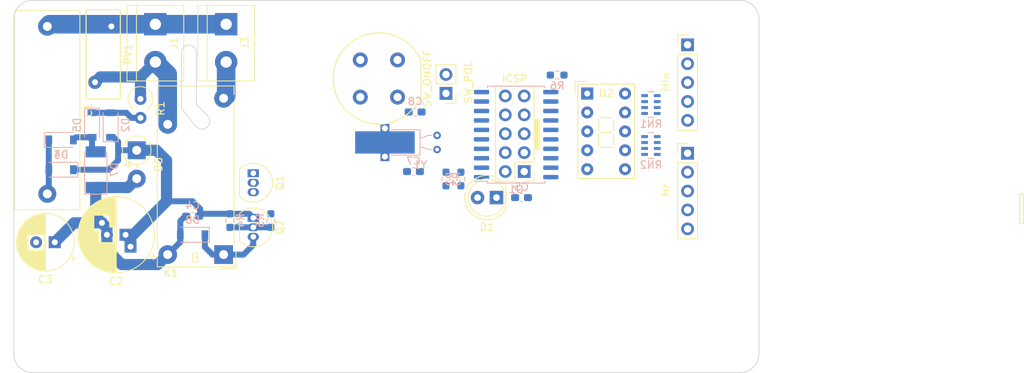
<source format=kicad_pcb>
(kicad_pcb (version 20211014) (generator pcbnew)
  (layers (0 "F.Cu" signal) (31 "B.Cu" signal) (34 "B.Paste" user) (35 "F.Paste" user) (36 "B.SilkS" user "B.Silkscreen") (37 "F.SilkS" user "F.Silkscreen") (38 "B.Mask" user) (39 "F.Mask" user) (44 "Edge.Cuts" user))
  (net 0 "")
  (net 1 "/L-")
  (net 2 "+24V")
  (net 3 "+5V")
  (net 4 "GND")
  (net 5 "/XT1")
  (net 6 "/XT2")
  (net 7 "/N")
  (net 8 "/L")
  (net 9 "/D5")
  (net 11 "/RST")
  (net 12 "/D7")
  (net 13 "/D6")
  (net 14 "/Lout")
  (net 15 "Net-(Q1-Pad2)")
  (net 16 "Net-(Q1-Pad3)")
  (net 17 "/LED")
  (net 18 "/OUT")
  (net 19 "/DISP_MUX")
  (net 20 "/D3")
  (net 21 "/D2")
  (net 22 "/D1")
  (net 23 "/D0")
  (net 24 "/D4")
  (net 25 "/ONOFF")
  (net 26 "/POL")
  (net 27 "/7Seg_CA")
  (net 28 "/D0_s")
  (net 29 "/D1_s")
  (net 30 "/D2_s")
  (net 31 "/D3_s")
  (net 32 "/D4_s")
  (net 33 "/D5_s")
  (net 34 "/D6_s")
  (net 35 "/D7_s")
  (net 36 "/N-")
  (net 37 "/LED_r")
  (net 38 "/REL")
  (net 39 "/REL_pre")
  (footprint "Capacitor_THT:C_Rect_L26.5mm_W8.5mm_P22.50mm_MKS4" (layer "F.Cu") (at 24.5 23.5 -90)
    (fp_text reference "C1" (at 11.25 -5.5 90) (layer "F.SilkS"))
    (fp_text value "220n")
    (pad "1" thru_hole circle (at 0 0 270) (size 2.4 2.4) (drill 1.2) (layers *.Cu *.Mask) (net 7 "/N"))
    (pad "2" thru_hole circle (at 22.5 0 270) (size 2.4 2.4) (drill 1.2) (layers *.Cu *.Mask) (net 36 "/N-"))
  )
  (footprint "Package_TO_SOT_THT:TO-92_Inline" (layer "F.Cu") (at 52.14 49.23 -90)
    (fp_text reference "Q2" (at 1.27 -3.56 90) (layer "F.SilkS"))
    (fp_text value "2N3906")
    (pad "1" thru_hole rect (at 0 0 270) (size 1.05 1.5) (drill 0.75) (layers *.Cu *.Mask) (net 2 "+24V"))
    (pad "2" thru_hole oval (at 1.27 0 270) (size 1.05 1.5) (drill 0.75) (layers *.Cu *.Mask) (net 39 "/REL_pre"))
    (pad "3" thru_hole oval (at 2.54 0 270) (size 1.05 1.5) (drill 0.75) (layers *.Cu *.Mask) (net 38 "/REL"))
  )
  (footprint "Button_Switch_THT:Push_E-Switch_KS01Q01" (layer "F.Cu") (at 66.5 33 90)
    (fp_text reference "SW1" hide)
    (fp_text value "SW_ONOFF" (at 2.5 9 270) (layer "F.SilkS"))
    (pad "1" thru_hole circle (at 0 0 90) (size 2 2) (drill 1.1) (layers *.Cu *.Mask) (net 25 "/ONOFF"))
    (pad "2" thru_hole circle (at 5 0 90) (size 2 2) (drill 1.1) (layers *.Cu *.Mask) (net 3 "+5V"))
    (pad "3" thru_hole circle (at 0 5 90) (size 2 2) (drill 1.1) (layers *.Cu *.Mask) (net 25 "/ONOFF"))
    (pad "4" thru_hole circle (at 5 5 90) (size 2 2) (drill 1.1) (layers *.Cu *.Mask) (net 3 "+5V"))
  )
  (footprint "TerminalBlock:TerminalBlock_bornier-2_P5.08mm" (layer "F.Cu") (at 39 23.21 -90)
    (fp_text reference "J1" (at 2.54 -2.5 90) (layer "F.SilkS"))
    (fp_text value "AC_IN")
    (pad "1" thru_hole rect (at 0 0 270) (size 3 3) (drill 1.52) (layers *.Cu *.Mask) (net 7 "/N"))
    (pad "2" thru_hole circle (at 5.08 0 270) (size 3 3) (drill 1.52) (layers *.Cu *.Mask) (net 8 "/L"))
  )
  (footprint "Connector_PinHeader_2.54mm:PinHeader_2x05_P2.54mm_Vertical" (layer "F.Cu") (at 88.5 43 180)
    (fp_text reference "J2" hide)
    (fp_text value "ICSP" (at 1.27 12.49 180) (layer "F.SilkS"))
    (pad "1" thru_hole rect (at 0 0 180) (size 1.7 1.7) (drill 1) (layers *.Cu *.Mask) (net 9 "/D5"))
    (pad "2" thru_hole oval (at 2.54 0 180) (size 1.7 1.7) (drill 1) (layers *.Cu *.Mask) (net 3 "+5V"))
    (pad "3" thru_hole oval (at 0 2.54 180) (size 1.7 1.7) (drill 1) (layers *.Cu *.Mask))
    (pad "4" thru_hole oval (at 2.54 2.54 180) (size 1.7 1.7) (drill 1) (layers *.Cu *.Mask) (net 4 "GND"))
    (pad "5" thru_hole oval (at 0 5.08 180) (size 1.7 1.7) (drill 1) (layers *.Cu *.Mask) (net 11 "/RST"))
    (pad "6" thru_hole oval (at 2.54 5.08 180) (size 1.7 1.7) (drill 1) (layers *.Cu *.Mask) (net 4 "GND"))
    (pad "7" thru_hole oval (at 0 7.62 180) (size 1.7 1.7) (drill 1) (layers *.Cu *.Mask) (net 12 "/D7"))
    (pad "8" thru_hole oval (at 2.54 7.62 180) (size 1.7 1.7) (drill 1) (layers *.Cu *.Mask) (net 4 "GND"))
    (pad "9" thru_hole oval (at 0 10.16 180) (size 1.7 1.7) (drill 1) (layers *.Cu *.Mask) (net 13 "/D6"))
    (pad "10" thru_hole oval (at 2.54 10.16 180) (size 1.7 1.7) (drill 1) (layers *.Cu *.Mask) (net 4 "GND"))
  )
  (footprint "LED_THT:LED_D5.0mm" (layer "F.Cu") (at 84.775 46.5 180)
    (fp_text reference "D1" (at 1.27 -3.96) (layer "F.SilkS"))
    (fp_text value "LED")
    (pad "1" thru_hole rect (at 0 0 180) (size 1.8 1.8) (drill 0.9) (layers *.Cu *.Mask) (net 4 "GND"))
    (pad "2" thru_hole circle (at 2.54 0 180) (size 1.8 1.8) (drill 0.9) (layers *.Cu *.Mask) (net 37 "/LED_r"))
  )
  (footprint "Capacitor_THT:CP_Radial_D10.0mm_P2.50mm_P5.00mm" (layer "F.Cu") (at 35 51.5 180)
    (fp_text reference "C2" (at 1.25 -6.25) (layer "F.SilkS"))
    (fp_text value "470u")
    (pad "1" thru_hole rect (at 0 0 180) (size 1.6 1.6) (drill 0.8) (layers *.Cu *.Mask) (net 2 "+24V"))
    (pad "1" thru_hole rect (at -0.670937 -1.6 180) (size 1.6 1.6) (drill 0.8) (layers *.Cu *.Mask) (net 2 "+24V"))
    (pad "2" thru_hole circle (at 2.5 0 180) (size 1.6 1.6) (drill 0.8) (layers *.Cu *.Mask) (net 3 "+5V"))
    (pad "2" thru_hole circle (at 3.170937 1.6 180) (size 1.6 1.6) (drill 0.8) (layers *.Cu *.Mask) (net 3 "+5V"))
  )
  (footprint "Connector_PinHeader_2.54mm:PinHeader_1x02_P2.54mm_Vertical" (layer "F.Cu") (at 78 32.5 180)
    (fp_text reference "SW2" hide)
    (fp_text value "SW_POL" (at -3 1.5 90) (layer "F.SilkS"))
    (pad "1" thru_hole rect (at 0 0 180) (size 1.7 1.7) (drill 1) (layers *.Cu *.Mask) (net 26 "/POL"))
    (pad "2" thru_hole oval (at 0 2.54 180) (size 1.7 1.7) (drill 1) (layers *.Cu *.Mask) (net 3 "+5V"))
  )
  (footprint "Relay_THT:Relay_1P1T_NO_10x24x18.8mm_Panasonic_ADW11xxxxW_THT" (layer "F.Cu") (at 48.1575 54.1575 180)
    (fp_text reference "K1" (at 7.08 -2.46) (layer "F.SilkS"))
    (fp_text value "ADW11")
    (pad "1" thru_hole rect (at 0 0 180) (size 2.5 2.5) (drill 1.2) (layers *.Cu *.Mask) (net 38 "/REL"))
    (pad "3" thru_hole oval (at 0 21 180) (size 2.5 2.5) (drill 1.2) (layers *.Cu *.Mask) (net 14 "/Lout"))
    (pad "5" thru_hole oval (at 7.5 17.5 180) (size 2.5 2.5) (drill 1.2) (layers *.Cu *.Mask) (net 8 "/L"))
    (pad "6" thru_hole oval (at 7.5 0 180) (size 2.5 2.5) (drill 1.2) (layers *.Cu *.Mask) (net 3 "+5V"))
  )
  (footprint "Display_7Segment:HDSP-A151" (layer "F.Cu") (at 96.9525 32.5225)
    (fp_text reference "U2" (at 2.54 -0.0225) (layer "F.SilkS"))
    (fp_text value "HDSP-7501")
    (pad "1" thru_hole rect (at 0 0) (size 1.6 1.6) (drill 0.8) (layers *.Cu *.Mask) (net 27 "/7Seg_CA"))
    (pad "2" thru_hole circle (at 0 2.54) (size 1.6 1.6) (drill 0.8) (layers *.Cu *.Mask) (net 22 "/D1"))
    (pad "3" thru_hole circle (at 0 5.08) (size 1.6 1.6) (drill 0.8) (layers *.Cu *.Mask) (net 20 "/D3"))
    (pad "4" thru_hole circle (at 0 7.62) (size 1.6 1.6) (drill 0.8) (layers *.Cu *.Mask) (net 9 "/D5"))
    (pad "5" thru_hole circle (at 0 10.16) (size 1.6 1.6) (drill 0.8) (layers *.Cu *.Mask) (net 12 "/D7"))
    (pad "6" thru_hole circle (at 5.08 10.16) (size 1.6 1.6) (drill 0.8) (layers *.Cu *.Mask) (net 27 "/7Seg_CA"))
    (pad "7" thru_hole circle (at 5.08 7.62) (size 1.6 1.6) (drill 0.8) (layers *.Cu *.Mask) (net 13 "/D6"))
    (pad "8" thru_hole circle (at 5.08 5.08) (size 1.6 1.6) (drill 0.8) (layers *.Cu *.Mask) (net 24 "/D4"))
    (pad "9" thru_hole circle (at 5.08 2.54) (size 1.6 1.6) (drill 0.8) (layers *.Cu *.Mask) (net 21 "/D2"))
    (pad "10" thru_hole circle (at 5.08 0) (size 1.6 1.6) (drill 0.8) (layers *.Cu *.Mask) (net 23 "/D0"))
  )
  (footprint "Connector_PinHeader_2.54mm:PinHeader_1x05_P2.54mm_Vertical" (layer "F.Cu") (at 110.42 25.965)
    (fp_text reference "SW3" hide)
    (fp_text value "Min" (at -2.92 5.035 90) (layer "F.SilkS"))
    (pad "1" thru_hole rect (at 0 0) (size 1.7 1.7) (drill 1) (layers *.Cu *.Mask) (net 3 "+5V"))
    (pad "2" thru_hole oval (at 0 2.54) (size 1.7 1.7) (drill 1) (layers *.Cu *.Mask) (net 28 "/D0_s"))
    (pad "3" thru_hole oval (at 0 5.08) (size 1.7 1.7) (drill 1) (layers *.Cu *.Mask) (net 29 "/D1_s"))
    (pad "4" thru_hole oval (at 0 7.62) (size 1.7 1.7) (drill 1) (layers *.Cu *.Mask) (net 30 "/D2_s"))
    (pad "5" thru_hole oval (at 0 10.16) (size 1.7 1.7) (drill 1) (layers *.Cu *.Mask) (net 31 "/D3_s"))
  )
  (footprint "Diode_THT:D_DO-15_P3.81mm_Vertical_AnodeUp" (layer "F.Cu") (at 36.5 40.145 -90)
    (fp_text reference "D6" (at 1.905 -2.92 90) (layer "F.SilkS"))
    (fp_text value "D_Zener")
    (fp_text user "A" (at 1.91 1.2 90) (layer "F.SilkS"))
    (pad "1" thru_hole rect (at 0 0 270) (size 2.4 2.4) (drill 1.2) (layers *.Cu *.Mask) (net 2 "+24V"))
    (pad "2" thru_hole oval (at 3.81 0 270) (size 2.4 2.4) (drill 1.2) (layers *.Cu *.Mask) (net 3 "+5V"))
  )
  (footprint "Capacitor_THT:CP_Radial_D7.5mm_P2.50mm" (layer "F.Cu") (at 25.5 52.5 180)
    (fp_text reference "C3" (at 1.25 -5) (layer "F.SilkS"))
    (fp_text value "100u")
    (pad "1" thru_hole rect (at 0 0 180) (size 1.6 1.6) (drill 0.8) (layers *.Cu *.Mask) (net 3 "+5V"))
    (pad "2" thru_hole circle (at 2.5 0 180) (size 1.6 1.6) (drill 0.8) (layers *.Cu *.Mask) (net 4 "GND"))
  )
  (footprint "Connector_PinHeader_2.54mm:PinHeader_1x05_P2.54mm_Vertical" (layer "F.Cu") (at 110.42 40.54)
    (fp_text reference "SW4" hide)
    (fp_text value "Hr" (at -2.92 4.96 90) (layer "F.SilkS"))
    (pad "1" thru_hole rect (at 0 0) (size 1.7 1.7) (drill 1) (layers *.Cu *.Mask) (net 3 "+5V"))
    (pad "2" thru_hole oval (at 0 2.54) (size 1.7 1.7) (drill 1) (layers *.Cu *.Mask) (net 32 "/D4_s"))
    (pad "3" thru_hole oval (at 0 5.08) (size 1.7 1.7) (drill 1) (layers *.Cu *.Mask) (net 33 "/D5_s"))
    (pad "4" thru_hole oval (at 0 7.62) (size 1.7 1.7) (drill 1) (layers *.Cu *.Mask) (net 34 "/D6_s"))
    (pad "5" thru_hole oval (at 0 10.16) (size 1.7 1.7) (drill 1) (layers *.Cu *.Mask) (net 35 "/D7_s"))
  )
  (footprint "Resistor_THT:R_Axial_DIN0309_L9.0mm_D3.2mm_P2.54mm_Vertical" (layer "F.Cu") (at 37 33.25 -90)
    (fp_text reference "R1" (at 1.27 -2.72 90) (layer "F.SilkS"))
    (fp_text value "100")
    (pad "1" thru_hole circle (at 0 0 270) (size 1.6 1.6) (drill 0.8) (layers *.Cu *.Mask) (net 8 "/L"))
    (pad "2" thru_hole oval (at 2.54 0 270) (size 1.6 1.6) (drill 0.8) (layers *.Cu *.Mask) (net 1 "/L-"))
  )
  (footprint "Varistor:RV_Disc_D12mm_W4.6mm_P7.5mm" (layer "F.Cu") (at 30.9 31 90)
    (fp_text reference "RV1" (at 3.75 4.4 90) (layer "F.SilkS"))
    (fp_text value "Varistor")
    (pad "1" thru_hole circle (at 0 0 90) (size 1.8 1.8) (drill 0.8) (layers *.Cu *.Mask) (net 8 "/L"))
    (pad "2" thru_hole circle (at 7.5 2.2 90) (size 1.8 1.8) (drill 0.8) (layers *.Cu *.Mask) (net 7 "/N"))
  )
  (footprint "Package_TO_SOT_THT:TO-92_Inline" (layer "F.Cu") (at 52.14 43.23 -90)
    (fp_text reference "Q1" (at 1.27 -3.56 90) (layer "F.SilkS"))
    (fp_text value "2N3904")
    (pad "1" thru_hole rect (at 0 0 270) (size 1.05 1.5) (drill 0.75) (layers *.Cu *.Mask) (net 4 "GND"))
    (pad "2" thru_hole oval (at 1.27 0 270) (size 1.05 1.5) (drill 0.75) (layers *.Cu *.Mask) (net 15 "Net-(Q1-Pad2)"))
    (pad "3" thru_hole oval (at 2.54 0 270) (size 1.05 1.5) (drill 0.75) (layers *.Cu *.Mask) (net 16 "Net-(Q1-Pad3)"))
  )
  (footprint "TerminalBlock:TerminalBlock_bornier-2_P5.08mm" (layer "F.Cu") (at 48.5 23.21 -90)
    (fp_text reference "J3" (at 2.54 -2.5 90) (layer "F.SilkS"))
    (fp_text value "AC_OUT")
    (pad "1" thru_hole rect (at 0 0 270) (size 3 3) (drill 1.52) (layers *.Cu *.Mask) (net 7 "/N"))
    (pad "2" thru_hole circle (at 5.08 0 270) (size 3 3) (drill 1.52) (layers *.Cu *.Mask) (net 14 "/Lout"))
  )
  (footprint "Resistor_SMD:R_0603_1608Metric_Pad0.98x0.95mm_HandSolder" (layer "B.Cu") (at 92.92 30.04)
    (fp_text reference "R6" (at 0 1.43) (layer "B.SilkS") (effects (justify mirror)))
    (fp_text value "470")
    (pad "1" smd roundrect (at -0.9125 0) (size 0.975 0.95) (layers "B.Cu" "B.Paste" "B.Mask") (net 19 "/DISP_MUX"))
    (pad "2" smd roundrect (at 0.9125 0) (size 0.975 0.95) (layers "B.Cu" "B.Paste" "B.Mask") (net 27 "/7Seg_CA"))
  )
  (footprint "Diode_SMD:D_SOD-123" (layer "B.Cu") (at 30.5 36.75 -90)
    (fp_text reference "D5" (at 0 2 90) (layer "B.SilkS") (effects (justify mirror)))
    (fp_text value "1N4148W")
    (pad "1" smd rect (at -1.65 0 270) (size 0.9 1.2) (layers "B.Cu" "B.Paste" "B.Mask") (net 1 "/L-"))
    (pad "2" smd rect (at 1.65 0 270) (size 0.9 1.2) (layers "B.Cu" "B.Paste" "B.Mask") (net 4 "GND"))
  )
  (footprint "Resistor_SMD:R_0603_1608Metric_Pad0.98x0.95mm_HandSolder" (layer "B.Cu") (at 54.5 49.5875 -90)
    (fp_text reference "R5" (at 0 1.43 90) (layer "B.SilkS") (effects (justify mirror)))
    (fp_text value "10k")
    (pad "1" smd roundrect (at -0.9125 0 270) (size 0.975 0.95) (layers "B.Cu" "B.Paste" "B.Mask") (net 16 "Net-(Q1-Pad3)"))
    (pad "2" smd roundrect (at 0.9125 0 270) (size 0.975 0.95) (layers "B.Cu" "B.Paste" "B.Mask") (net 39 "/REL_pre"))
  )
  (footprint "Resistor_SMD:R_0603_1608Metric_Pad0.98x0.95mm_HandSolder" (layer "B.Cu") (at 49 49.5875 90)
    (fp_text reference "R4" (at 0 1.43 90) (layer "B.SilkS") (effects (justify mirror)))
    (fp_text value "10k")
    (pad "1" smd roundrect (at -0.9125 0 90) (size 0.975 0.95) (layers "B.Cu" "B.Paste" "B.Mask") (net 39 "/REL_pre"))
    (pad "2" smd roundrect (at 0.9125 0 90) (size 0.975 0.95) (layers "B.Cu" "B.Paste" "B.Mask") (net 2 "+24V"))
  )
  (footprint "Package_SO:SOIC-20W_7.5x12.8mm_P1.27mm" (layer "B.Cu") (at 87.42 38.04)
    (fp_text reference "U1" (at 0 7.35) (layer "B.SilkS") (effects (justify mirror)))
    (fp_text value "ATtiny2313-20S")
    (pad "1" smd roundrect (at -4.65 5.715) (size 2.05 0.6) (layers "B.Cu" "B.Paste" "B.Mask") (net 11 "/RST"))
    (pad "2" smd roundrect (at -4.65 4.445) (size 2.05 0.6) (layers "B.Cu" "B.Paste" "B.Mask") (net 17 "/LED"))
    (pad "3" smd roundrect (at -4.65 3.175) (size 2.05 0.6) (layers "B.Cu" "B.Paste" "B.Mask") (net 18 "/OUT"))
    (pad "4" smd roundrect (at -4.65 1.905) (size 2.05 0.6) (layers "B.Cu" "B.Paste" "B.Mask") (net 6 "/XT2"))
    (pad "5" smd roundrect (at -4.65 0.635) (size 2.05 0.6) (layers "B.Cu" "B.Paste" "B.Mask") (net 5 "/XT1"))
    (pad "6" smd roundrect (at -4.65 -0.635) (size 2.05 0.6) (layers "B.Cu" "B.Paste" "B.Mask") (net 25 "/ONOFF"))
    (pad "7" smd roundrect (at -4.65 -1.905) (size 2.05 0.6) (layers "B.Cu" "B.Paste" "B.Mask") (net 26 "/POL"))
    (pad "8" smd roundrect (at -4.65 -3.175) (size 2.05 0.6) (layers "B.Cu" "B.Paste" "B.Mask") (net 19 "/DISP_MUX"))
    (pad "9" smd roundrect (at -4.65 -4.445) (size 2.05 0.6) (layers "B.Cu" "B.Paste" "B.Mask") (net 19 "/DISP_MUX"))
    (pad "10" smd roundrect (at -4.65 -5.715) (size 2.05 0.6) (layers "B.Cu" "B.Paste" "B.Mask") (net 4 "GND"))
    (pad "11" smd roundrect (at 4.65 -5.715) (size 2.05 0.6) (layers "B.Cu" "B.Paste" "B.Mask") (net 19 "/DISP_MUX"))
    (pad "12" smd roundrect (at 4.65 -4.445) (size 2.05 0.6) (layers "B.Cu" "B.Paste" "B.Mask") (net 23 "/D0"))
    (pad "13" smd roundrect (at 4.65 -3.175) (size 2.05 0.6) (layers "B.Cu" "B.Paste" "B.Mask") (net 22 "/D1"))
    (pad "14" smd roundrect (at 4.65 -1.905) (size 2.05 0.6) (layers "B.Cu" "B.Paste" "B.Mask") (net 21 "/D2"))
    (pad "15" smd roundrect (at 4.65 -0.635) (size 2.05 0.6) (layers "B.Cu" "B.Paste" "B.Mask") (net 20 "/D3"))
    (pad "16" smd roundrect (at 4.65 0.635) (size 2.05 0.6) (layers "B.Cu" "B.Paste" "B.Mask") (net 24 "/D4"))
    (pad "17" smd roundrect (at 4.65 1.905) (size 2.05 0.6) (layers "B.Cu" "B.Paste" "B.Mask") (net 9 "/D5"))
    (pad "18" smd roundrect (at 4.65 3.175) (size 2.05 0.6) (layers "B.Cu" "B.Paste" "B.Mask") (net 13 "/D6"))
    (pad "19" smd roundrect (at 4.65 4.445) (size 2.05 0.6) (layers "B.Cu" "B.Paste" "B.Mask") (net 12 "/D7"))
    (pad "20" smd roundrect (at 4.65 5.715) (size 2.05 0.6) (layers "B.Cu" "B.Paste" "B.Mask") (net 3 "+5V"))
  )
  (footprint "Resistor_SMD:R_Array_Concave_4x0603" (layer "B.Cu") (at 105.5 34)
    (fp_text reference "RN1" (at 0 2.6) (layer "B.SilkS") (effects (justify mirror)))
    (fp_text value "10k")
    (pad "1" smd rect (at -0.85 1.2) (size 0.9 0.4) (layers "B.Cu" "B.Paste" "B.Mask") (net 20 "/D3"))
    (pad "2" smd rect (at -0.85 0.4) (size 0.9 0.4) (layers "B.Cu" "B.Paste" "B.Mask") (net 21 "/D2"))
    (pad "3" smd rect (at -0.85 -0.4) (size 0.9 0.4) (layers "B.Cu" "B.Paste" "B.Mask") (net 22 "/D1"))
    (pad "4" smd rect (at -0.85 -1.2) (size 0.9 0.4) (layers "B.Cu" "B.Paste" "B.Mask") (net 23 "/D0"))
    (pad "5" smd rect (at 0.85 -1.2) (size 0.9 0.4) (layers "B.Cu" "B.Paste" "B.Mask") (net 28 "/D0_s"))
    (pad "6" smd rect (at 0.85 -0.4) (size 0.9 0.4) (layers "B.Cu" "B.Paste" "B.Mask") (net 29 "/D1_s"))
    (pad "7" smd rect (at 0.85 0.4) (size 0.9 0.4) (layers "B.Cu" "B.Paste" "B.Mask") (net 30 "/D2_s"))
    (pad "8" smd rect (at 0.85 1.2) (size 0.9 0.4) (layers "B.Cu" "B.Paste" "B.Mask") (net 31 "/D3_s"))
  )
  (footprint "Resistor_SMD:R_Array_Concave_4x0603" (layer "B.Cu") (at 105.5 39.5)
    (fp_text reference "RN2" (at 0 2.6) (layer "B.SilkS") (effects (justify mirror)))
    (fp_text value "10k")
    (pad "1" smd rect (at -0.85 1.2) (size 0.9 0.4) (layers "B.Cu" "B.Paste" "B.Mask") (net 12 "/D7"))
    (pad "2" smd rect (at -0.85 0.4) (size 0.9 0.4) (layers "B.Cu" "B.Paste" "B.Mask") (net 13 "/D6"))
    (pad "3" smd rect (at -0.85 -0.4) (size 0.9 0.4) (layers "B.Cu" "B.Paste" "B.Mask") (net 9 "/D5"))
    (pad "4" smd rect (at -0.85 -1.2) (size 0.9 0.4) (layers "B.Cu" "B.Paste" "B.Mask") (net 24 "/D4"))
    (pad "5" smd rect (at 0.85 -1.2) (size 0.9 0.4) (layers "B.Cu" "B.Paste" "B.Mask") (net 32 "/D4_s"))
    (pad "6" smd rect (at 0.85 -0.4) (size 0.9 0.4) (layers "B.Cu" "B.Paste" "B.Mask") (net 33 "/D5_s"))
    (pad "7" smd rect (at 0.85 0.4) (size 0.9 0.4) (layers "B.Cu" "B.Paste" "B.Mask") (net 34 "/D6_s"))
    (pad "8" smd rect (at 0.85 1.2) (size 0.9 0.4) (layers "B.Cu" "B.Paste" "B.Mask") (net 35 "/D7_s"))
  )
  (footprint "Capacitor_SMD:C_0603_1608Metric_Pad1.08x0.95mm_HandSolder" (layer "B.Cu") (at 73.6375 43 180)
    (fp_text reference "C7" (at 0 1.43) (layer "B.SilkS") (effects (justify mirror)))
    (fp_text value "22p")
    (pad "1" smd roundrect (at -0.8625 0 180) (size 1.075 0.95) (layers "B.Cu" "B.Paste" "B.Mask") (net 6 "/XT2"))
    (pad "2" smd roundrect (at 0.8625 0 180) (size 1.075 0.95) (layers "B.Cu" "B.Paste" "B.Mask") (net 4 "GND"))
  )
  (footprint "Capacitor_SMD:C_0603_1608Metric_Pad1.08x0.95mm_HandSolder" (layer "B.Cu") (at 88.1375 46.5 180)
    (fp_text reference "C5" (at 0 1.43) (layer "B.SilkS") (effects (justify mirror)))
    (fp_text value "100n")
    (pad "1" smd roundrect (at -0.8625 0 180) (size 1.075 0.95) (layers "B.Cu" "B.Paste" "B.Mask") (net 3 "+5V"))
    (pad "2" smd roundrect (at 0.8625 0 180) (size 1.075 0.95) (layers "B.Cu" "B.Paste" "B.Mask") (net 4 "GND"))
  )
  (footprint "Resistor_SMD:R_0603_1608Metric_Pad0.98x0.95mm_HandSolder" (layer "B.Cu") (at 80 44 -90)
    (fp_text reference "R2" (at 0 1.43 90) (layer "B.SilkS") (effects (justify mirror)))
    (fp_text value "1k")
    (pad "1" smd roundrect (at -0.9125 0 270) (size 0.975 0.95) (layers "B.Cu" "B.Paste" "B.Mask") (net 17 "/LED"))
    (pad "2" smd roundrect (at 0.9125 0 270) (size 0.975 0.95) (layers "B.Cu" "B.Paste" "B.Mask") (net 37 "/LED_r"))
  )
  (footprint "Diode_SMD:D_SOD-123" (layer "B.Cu") (at 44 51.5 180)
    (fp_text reference "D8" (at 0 2) (layer "B.SilkS") (effects (justify mirror)))
    (fp_text value "1N4148W")
    (pad "1" smd rect (at -1.65 0 180) (size 0.9 1.2) (layers "B.Cu" "B.Paste" "B.Mask") (net 38 "/REL"))
    (pad "2" smd rect (at 1.65 0 180) (size 0.9 1.2) (layers "B.Cu" "B.Paste" "B.Mask") (net 3 "+5V"))
  )
  (footprint "Diode_SMD:D_MELF" (layer "B.Cu") (at 31 42.75 90)
    (fp_text reference "D7" (at 0 2.5 90) (layer "B.SilkS") (effects (justify mirror)))
    (fp_text value "D_Zener")
    (pad "1" smd rect (at -2.4 0 90) (size 1.5 2.7) (layers "B.Cu" "B.Paste" "B.Mask") (net 3 "+5V"))
    (pad "2" smd rect (at 2.4 0 90) (size 1.5 2.7) (layers "B.Cu" "B.Paste" "B.Mask") (net 4 "GND"))
  )
  (footprint "Capacitor_SMD:C_0603_1608Metric_Pad1.08x0.95mm_HandSolder" (layer "B.Cu") (at 44 49 180)
    (fp_text reference "C4" (at 0 1.43) (layer "B.SilkS") (effects (justify mirror)))
    (fp_text value "100n")
    (pad "1" smd roundrect (at -0.8625 0 180) (size 1.075 0.95) (layers "B.Cu" "B.Paste" "B.Mask") (net 2 "+24V"))
    (pad "2" smd roundrect (at 0.8625 0 180) (size 1.075 0.95) (layers "B.Cu" "B.Paste" "B.Mask") (net 3 "+5V"))
  )
  (footprint "Diode_SMD:D_SOD-123" (layer "B.Cu") (at 26.35 42.75 180)
    (fp_text reference "D3" (at 0 2) (layer "B.SilkS") (effects (justify mirror)))
    (fp_text value "1N4148W")
    (pad "1" smd rect (at -1.65 0 180) (size 0.9 1.2) (layers "B.Cu" "B.Paste" "B.Mask") (net 2 "+24V"))
    (pad "2" smd rect (at 1.65 0 180) (size 0.9 1.2) (layers "B.Cu" "B.Paste" "B.Mask") (net 36 "/N-"))
  )
  (footprint "Crystal:Crystal_C38-LF_D3.0mm_L8.0mm_Horizontal_1EP_style2" (layer "B.Cu") (at 76.8075 40.04 90)
    (fp_text reference "Y1" (at -2.07 -2.25) (layer "B.SilkS") (effects (justify mirror)))
    (fp_text value "32.768")
    (pad "1" thru_hole circle (at 0 0 90) (size 1 1) (drill 0.5) (layers *.Cu *.Mask) (net 6 "/XT2"))
    (pad "2" thru_hole circle (at 1.9 0 90) (size 1 1) (drill 0.5) (layers *.Cu *.Mask) (net 5 "/XT1"))
    (pad "3" thru_hole rect (at 2.85 -7 90) (size 1.2 1.2) (drill 0.8) (layers *.Cu *.Mask) (net 4 "GND"))
    (pad "3" thru_hole rect (at -0.95 -7 90) (size 1.2 1.2) (drill 0.8) (layers *.Cu *.Mask) (net 4 "GND"))
    (pad "3" smd rect (at 0.95 -7 90) (size 3 8) (layers "B.Cu" "B.Paste" "B.Mask") (net 4 "GND"))
  )
  (footprint "Diode_SMD:D_SOD-123" (layer "B.Cu") (at 33 36.75 90)
    (fp_text reference "D2" (at 0 2 90) (layer "B.SilkS") (effects (justify mirror)))
    (fp_text value "1N4148W")
    (pad "1" smd rect (at -1.65 0 90) (size 0.9 1.2) (layers "B.Cu" "B.Paste" "B.Mask") (net 2 "+24V"))
    (pad "2" smd rect (at 1.65 0 90) (size 0.9 1.2) (layers "B.Cu" "B.Paste" "B.Mask") (net 1 "/L-"))
  )
  (footprint "Resistor_SMD:R_0603_1608Metric_Pad0.98x0.95mm_HandSolder" (layer "B.Cu") (at 78 44 90)
    (fp_text reference "R3" (at 0 1.43 90) (layer "B.SilkS") (effects (justify mirror)))
    (fp_text value "10k")
    (pad "1" smd roundrect (at -0.9125 0 90) (size 0.975 0.95) (layers "B.Cu" "B.Paste" "B.Mask") (net 15 "Net-(Q1-Pad2)"))
    (pad "2" smd roundrect (at 0.9125 0 90) (size 0.975 0.95) (layers "B.Cu" "B.Paste" "B.Mask") (net 18 "/OUT"))
  )
  (footprint "Diode_SMD:D_SOD-123" (layer "B.Cu") (at 26.35 38.75)
    (fp_text reference "D4" (at 0 2) (layer "B.SilkS") (effects (justify mirror)))
    (fp_text value "1N4148W")
    (pad "1" smd rect (at -1.65 0) (size 0.9 1.2) (layers "B.Cu" "B.Paste" "B.Mask") (net 36 "/N-"))
    (pad "2" smd rect (at 1.65 0) (size 0.9 1.2) (layers "B.Cu" "B.Paste" "B.Mask") (net 4 "GND"))
  )
  (footprint "Capacitor_SMD:C_0603_1608Metric_Pad1.08x0.95mm_HandSolder" (layer "B.Cu") (at 73.8625 35 180)
    (fp_text reference "C8" (at 0 1.43) (layer "B.SilkS") (effects (justify mirror)))
    (fp_text value "22p")
    (pad "1" smd roundrect (at -0.8625 0 180) (size 1.075 0.95) (layers "B.Cu" "B.Paste" "B.Mask") (net 5 "/XT1"))
    (pad "2" smd roundrect (at 0.8625 0 180) (size 1.075 0.95) (layers "B.Cu" "B.Paste" "B.Mask") (net 4 "GND"))
  )
  (gr_line (start 100.5 37.5) (end 100.5 36) (layer "F.SilkS") (width 0.15))
  (gr_line (start 98.75 39.75) (end 100.25 39.75) (layer "F.SilkS") (width 0.15))
  (gr_line (start 155.5 46) (end 155 46) (layer "F.SilkS") (width 0.15))
  (gr_rect (start 90 36) (end 90.5 40) (layer "F.SilkS") (width 0.15) (fill solid))
  (gr_line (start 155 50) (end 155.5 50) (layer "F.SilkS") (width 0.15))
  (gr_line (start 98.75 37.75) (end 100.25 37.75) (layer "F.SilkS") (width 0.15))
  (gr_line (start 100.5 39.5) (end 100.5 38) (layer "F.SilkS") (width 0.15))
  (gr_line (start 100.25 35.75) (end 98.75 35.75) (layer "F.SilkS") (width 0.15))
  (gr_line (start 98.5 38) (end 98.5 39.5) (layer "F.SilkS") (width 0.15))
  (gr_line (start 155 46) (end 155 50) (layer "F.SilkS") (width 0.15))
  (gr_line (start 98.5 36) (end 98.5 37.5) (layer "F.SilkS") (width 0.15))
  (gr_line (start 155.5 50) (end 155.5 46) (layer "F.SilkS") (width 0.15))
  (gr_line (start 44.5 34) (end 46 35.5) (layer "Edge.Cuts") (width 0.1))
  (gr_arc (start 20 22.5) (mid 20.732233 20.732233) (end 22.5 20) (layer "Edge.Cuts") (width 0.1))
  (gr_line (start 22.5 20) (end 117.5 20) (layer "Edge.Cuts") (width 0.1))
  (gr_line (start 42.5 27) (end 42.5 34.5) (layer "Edge.Cuts") (width 0.1))
  (gr_arc (start 22.5 70) (mid 20.732233 69.267767) (end 20 67.5) (layer "Edge.Cuts") (width 0.1))
  (gr_line (start 42.5 34.5) (end 44.5 37) (layer "Edge.Cuts") (width 0.1))
  (gr_line (start 120 22.5) (end 120 67.5) (layer "Edge.Cuts") (width 0.1))
  (gr_arc (start 46 35.5) (mid 45.999988 36.999988) (end 44.5 37) (layer "Edge.Cuts") (width 0.1))
  (gr_line (start 117.5 70) (end 22.5 70) (layer "Edge.Cuts") (width 0.1))
  (gr_arc (start 120 67.5) (mid 119.267767 69.267767) (end 117.5 70) (layer "Edge.Cuts") (width 0.1))
  (gr_arc (start 117.5 20) (mid 119.267767 20.732233) (end 120 22.5) (layer "Edge.Cuts") (width 0.1))
  (gr_line (start 44.5 27) (end 44.5 34) (layer "Edge.Cuts") (width 0.1))
  (gr_arc (start 42.5 27) (mid 43.5 26) (end 44.5 27) (layer "Edge.Cuts") (width 0.1))
  (gr_line (start 20 67.5) (end 20 22.5) (layer "Edge.Cuts") (width 0.1))
  (segment (start 35.79 35.79) (end 37 35.79) (width 0.8) (layer "B.Cu") (net 1))
  (segment (start 30.5 35.1) (end 33 35.1) (width 0.8) (layer "B.Cu") (net 1))
  (segment (start 35.1 35.1) (end 35.79 35.79) (width 0.8) (layer "B.Cu") (net 1))
  (segment (start 33 35.1) (end 35.1 35.1) (width 0.8) (layer "B.Cu") (net 1))
  (segment (start 34 41.5) (end 34 40) (width 0.8) (layer "B.Cu") (net 2))
  (segment (start 28 42.75) (end 32.75 42.75) (width 0.8) (layer "B.Cu") (net 2))
  (segment (start 44 47) (end 40.5 47) (width 0.8) (layer "B.Cu") (net 2))
  (segment (start 35 51.5) (end 36 51.5) (width 1.5) (layer "B.Cu") (net 2))
  (segment (start 44.8625 49) (end 45 48.8625) (width 0.8) (layer "B.Cu") (net 2))
  (segment (start 36 51.5) (end 40.5 47) (width 1.5) (layer "B.Cu") (net 2))
  (segment (start 35.670937 53.1) (end 35.670937 52.170937) (width 1.5) (layer "B.Cu") (net 2))
  (segment (start 39.145 40.145) (end 36.5 40.145) (width 1.5) (layer "B.Cu") (net 2))
  (segment (start 34 39) (end 33.4 38.4) (width 0.8) (layer "B.Cu") (net 2))
  (segment (start 32.75 42.75) (end 34 41.5) (width 0.8) (layer "B.Cu") (net 2))
  (segment (start 45.1875 48.675) (end 44.8625 49) (width 0.8) (layer "B.Cu") (net 2))
  (segment (start 34 40) (end 34 39) (width 0.8) (layer "B.Cu") (net 2))
  (segment (start 35.670937 52.170937) (end 35 51.5) (width 1.5) (layer "B.Cu") (net 2))
  (segment (start 51.585 48.675) (end 52.14 49.23) (width 0.8) (layer "B.Cu") (net 2))
  (segment (start 45 48) (end 44 47) (width 0.8) (layer "B.Cu") (net 2))
  (segment (start 36.5 40.145) (end 34.145 40.145) (width 0.8) (layer "B.Cu") (net 2))
  (segment (start 33.4 38.4) (end 33 38.4) (width 0.8) (layer "B.Cu") (net 2))
  (segment (start 40.5 41.5) (end 39.145 40.145) (width 1.5) (layer "B.Cu") (net 2))
  (segment (start 40.5 47) (end 40.5 41.5) (width 1.5) (layer "B.Cu") (net 2))
  (segment (start 49 48.675) (end 45.1875 48.675) (width 0.8) (layer "B.Cu") (net 2))
  (segment (start 45 48.8625) (end 45 48) (width 0.8) (layer "B.Cu") (net 2))
  (segment (start 49 48.675) (end 51.585 48.675) (width 0.8) (layer "B.Cu") (net 2))
  (segment (start 34.145 40.145) (end 34 40) (width 0.8) (layer "B.Cu") (net 2))
  (segment (start 39.315 55.5) (end 34.5 55.5) (width 1.5) (layer "B.Cu") (net 3))
  (segment (start 43 49) (end 42.35 49.65) (width 0.8) (layer "B.Cu") (net 3))
  (segment (start 31 45.15) (end 35.305 45.15) (width 1.5) (layer "B.Cu") (net 3))
  (segment (start 28.1 49.9) (end 25.5 52.5) (width 1.5) (layer "B.Cu") (net 3))
  (segment (start 42.35 51.5) (end 42.35 52.465) (width 0.8) (layer "B.Cu") (net 3))
  (segment (start 43.1375 49) (end 43 49) (width 0.8) (layer "B.Cu") (net 3))
  (segment (start 40.6575 54.1575) (end 39.315 55.5) (width 1.5) (layer "B.Cu") (net 3))
  (segment (start 32.5 50.570937) (end 31.829063 49.9) (width 1.5) (layer "B.Cu") (net 3))
  (segment (start 35.305 45.15) (end 36.5 43.955) (width 1.5) (layer "B.Cu") (net 3))
  (segment (start 31 49.070937) (end 31.829063 49.9) (width 1.5) (layer "B.Cu") (net 3))
  (segment (start 42.35 52.465) (end 40.6575 54.1575) (width 0.8) (layer "B.Cu") (net 3))
  (segment (start 31 45.15) (end 31 49.070937) (width 1.5) (layer "B.Cu") (net 3))
  (segment (start 34.5 55.5) (end 32.5 53.5) (width 1.5) (layer "B.Cu") (net 3))
  (segment (start 32.5 53.5) (end 32.5 51.5) (width 1.5) (layer "B.Cu") (net 3))
  (segment (start 32.5 51.5) (end 32.5 50.570937) (width 1.5) (layer "B.Cu") (net 3))
  (segment (start 31.829063 49.9) (end 28.1 49.9) (width 1.5) (layer "B.Cu") (net 3))
  (segment (start 42.35 49.65) (end 42.35 51.5) (width 0.8) (layer "B.Cu") (net 3))
  (segment (start 30.5 38.4) (end 28.35 38.4) (width 0.8) (layer "B.Cu") (net 4))
  (segment (start 28.35 38.4) (end 28 38.75) (width 0.8) (layer "B.Cu") (net 4))
  (segment (start 30.5 38.4) (end 30.5 39.85) (width 0.8) (layer "B.Cu") (net 4))
  (segment (start 30.5 39.85) (end 31 40.35) (width 0.8) (layer "B.Cu") (net 4))
  (segment (start 39 23.21) (end 24.79 23.21) (width 2.5) (layer "B.Cu") (net 7))
  (segment (start 24.79 23.21) (end 24.5 23.5) (width 2.5) (layer "B.Cu") (net 7))
  (segment (start 48.5 23.21) (end 39 23.21) (width 2.5) (layer "B.Cu") (net 7))
  (segment (start 37 30.29) (end 31.61 30.29) (width 1.5) (layer "B.Cu") (net 8))
  (segment (start 40.6575 36.6575) (end 40.6575 29.9475) (width 2.5) (layer "B.Cu") (net 8))
  (segment (start 31.61 30.29) (end 30.9 31) (width 1.5) (layer "B.Cu") (net 8))
  (segment (start 40.6575 29.9475) (end 39 28.29) (width 2.5) (layer "B.Cu") (net 8))
  (segment (start 37 30.29) (end 39 28.29) (width 1.5) (layer "B.Cu") (net 8))
  (segment (start 37 33.25) (end 37 30.29) (width 1.5) (layer "B.Cu") (net 8))
  (segment (start 48.5 32.815) (end 48.1575 33.1575) (width 2.5) (layer "B.Cu") (net 14))
  (segment (start 48.5 28.29) (end 48.5 32.815) (width 2.5) (layer "B.Cu") (net 14))
  (segment (start 24.7 38.75) (end 24.7 45.8) (width 0.8) (layer "B.Cu") (net 36))
  (segment (start 24.7 45.8) (end 24.5 46) (width 0.8) (layer "B.Cu") (net 36))
  (segment (start 45.65 51.5) (end 45.65 53.15) (width 0.8) (layer "B.Cu") (net 38))
  (segment (start 52.14 52.86) (end 50.8425 54.1575) (width 0.8) (layer "B.Cu") (net 38))
  (segment (start 45.65 53.15) (end 46.6575 54.1575) (width 0.8) (layer "B.Cu") (net 38))
  (segment (start 46.6575 54.1575) (end 48.1575 54.1575) (width 0.8) (layer "B.Cu") (net 38))
  (segment (start 52.14 51.77) (end 52.14 52.86) (width 0.8) (layer "B.Cu") (net 38))
  (segment (start 50.8425 54.1575) (end 48.1575 54.1575) (width 0.8) (layer "B.Cu") (net 38))
  (segment (start 54.5 50.5) (end 49 50.5) (width 0.8) (layer "B.Cu") (net 39))
)
</source>
